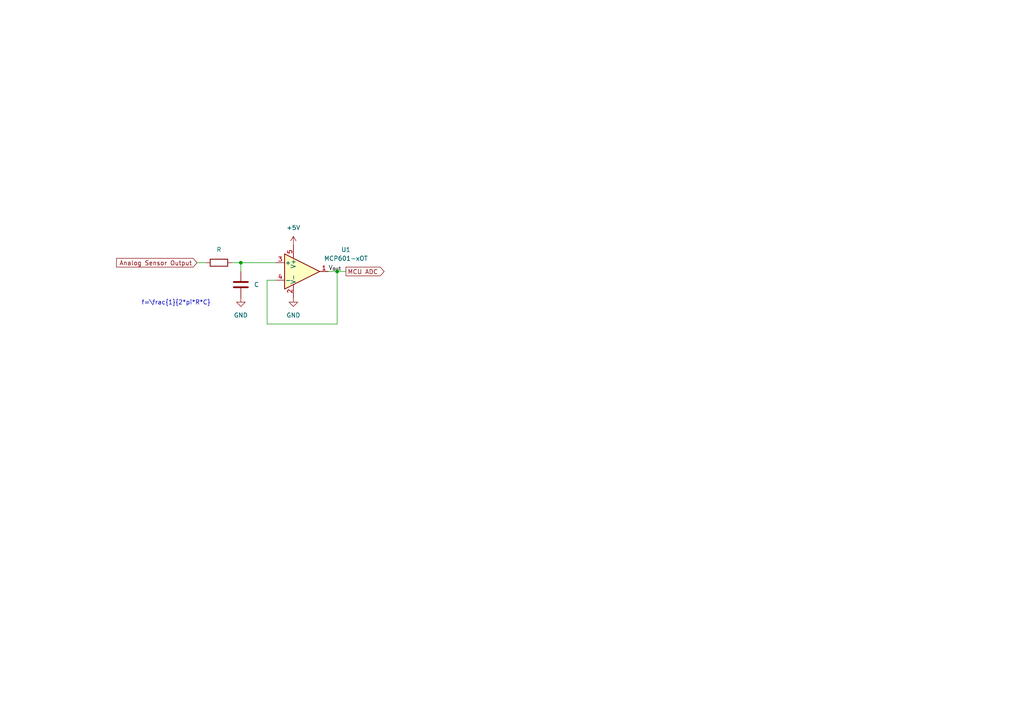
<source format=kicad_sch>
(kicad_sch (version 20250114) (generator "eeschema") (generator_version "9.0")
  (paper "A4")
  (lib_symbols
    (symbol "Amplifier_Operational:MCP601-xOT" (pin_names (offset 0.127))
      (property "Reference" "U" (at -1.27 6.35 0))
      (property "Value" "MCP601-xOT" (at -1.27 3.81 0))
      (symbol "MCP601-xOT_0_1"
        (polyline (pts (xy -5.08 5.08) (xy 5.08 0) (xy -5.08 -5.08) (xy -5.08 5.08)) (stroke (width 0.254)) (fill (type background)))
        (pin power_in line (at -2.54 7.62 270) (length 3.81) (name "V+") (number "5"))
        (pin power_in line (at -2.54 -7.62 90) (length 3.81) (name "V-") (number "2"))
      )
      (symbol "MCP601-xOT_1_1"
        (pin input line (at -7.62 2.54 0) (length 2.54) (name "+") (number "3"))
        (pin input line (at -7.62 -2.54 0) (length 2.54) (name "-") (number "4"))
        (pin output line (at 7.62 0 180) (length 2.54) (name "~") (number "1"))
      )
    )
    (symbol "Device:C" (pin_numbers (hide yes)) (pin_names (offset 0.254))
      (property "Reference" "C" (at 0.635 2.54 0))
      (property "Value" "C" (at 0.635 -2.54 0))
      (symbol "C_0_1"
        (polyline (pts (xy -2.032 0.762) (xy 2.032 0.762)) (stroke (width 0.508)))
        (polyline (pts (xy -2.032 -0.762) (xy 2.032 -0.762)) (stroke (width 0.508)))
      )
      (symbol "C_1_1"
        (pin passive line (at 0 3.81 270) (length 2.794) (name "~") (number "1"))
        (pin passive line (at 0 -3.81 90) (length 2.794) (name "~") (number "2"))
      )
    )
    (symbol "Device:R" (pin_numbers (hide yes)) (pin_names (offset 0))
      (property "Reference" "R" (at 2.032 0 90))
      (property "Value" "R" (at 0 0 90))
      (symbol "R_0_1"
        (rectangle (start -1.016 -2.54) (end 1.016 2.54) (stroke (width 0.254)))
      )
      (symbol "R_1_1"
        (pin passive line (at 0 3.81 270) (length 1.27) (name "~") (number "1"))
        (pin passive line (at 0 -3.81 90) (length 1.27) (name "~") (number "2"))
      )
    )
    (symbol "power:+5V" (power) (pin_numbers (hide yes)) (pin_names (offset 0) (hide yes))
      (property "Value" "+5V" (at 0 3.556 0))
      (symbol "+5V_0_1"
        (polyline (pts (xy -0.762 1.27) (xy 0 2.54)))
        (polyline (pts (xy 0 2.54) (xy 0.762 1.27)))
        (polyline (pts (xy 0 0) (xy 0 2.54)))
      )
      (symbol "+5V_1_1"
        (pin power_in line (at 0 0 90) (length 0) (name "~") (number "1"))
      )
    )
    (symbol "power:GND" (power) (pin_numbers (hide yes)) (pin_names (offset 0) (hide yes))
      (property "Value" "GND" (at 0 -3.81 0))
      (symbol "GND_0_1"
        (polyline (pts (xy 0 0) (xy 0 -1.27) (xy 1.27 -1.27) (xy 0 -2.54) (xy -1.27 -1.27) (xy 0 -1.27)))
      )
      (symbol "GND_1_1"
        (pin power_in line (at 0 0 270) (length 0) (name "~") (number "1"))
      )
    )
  )
  (text "f=\\frac{1}{2*pi*R*C}" (at 51.054 87.884 0) (effects (font (size 1.27 1.27))))
  (junction (at 69.85 76.2))
  (junction (at 97.79 78.74))
  (wire (pts (xy 57.15 76.2) (xy 59.69 76.2)))
  (wire (pts (xy 77.47 93.98) (xy 97.79 93.98)))
  (wire (pts (xy 69.85 76.2) (xy 80.01 76.2)))
  (wire (pts (xy 67.31 76.2) (xy 69.85 76.2)))
  (wire (pts (xy 97.79 78.74) (xy 95.25 78.74)))
  (wire (pts (xy 97.79 93.98) (xy 97.79 78.74)))
  (wire (pts (xy 80.01 81.28) (xy 77.47 81.28)))
  (wire (pts (xy 69.85 76.2) (xy 69.85 78.74)))
  (wire (pts (xy 77.47 81.28) (xy 77.47 93.98)))
  (wire (pts (xy 97.79 78.74) (xy 100.33 78.74)))
  (label "V_{out}" (at 95.25 78.74 0))
  (global_label "Analog Sensor Output" (shape input) (at 57.15 76.2 180) (property "Intersheetrefs" "${INTERSHEET_REFS}" (effects (hide yes))))
  (global_label "MCU ADC" (shape output) (at 100.33 78.74 0) (property "Intersheetrefs" "${INTERSHEET_REFS}" (effects (hide yes))))
  (symbol (lib_id "Device:C") (at 69.85 82.55 0) (unit 1)
    (property "Reference" "C1" (effects (hide yes)))
    (property "Value" "C" (at 73.66 82.5499 0) (effects (justify left)))
    (property "Description" "Unpolarized capacitor" (effects (hide yes)))
  )
  (symbol (lib_id "power:+5V") (at 85.09 71.12 0) (unit 1)
    (property "Reference" "#PWR02" (effects (hide yes)))
    (property "Value" "+5V" (at 85.09 66.04 0))
    (property "Description" "Power symbol creates a global label with name \"+5V\"" (effects (hide yes)))
  )
  (symbol (lib_id "power:GND") (at 69.85 86.36 0) (unit 1)
    (property "Reference" "#PWR03" (effects (hide yes)))
    (property "Value" "GND" (at 69.85 91.44 0))
    (property "Description" "Power symbol creates a global label with name \"GND\" , ground" (effects (hide yes)))
  )
  (symbol (lib_id "power:GND") (at 85.09 86.36 0) (unit 1)
    (property "Reference" "#PWR01" (effects (hide yes)))
    (property "Value" "GND" (at 85.09 91.44 0))
    (property "Description" "Power symbol creates a global label with name \"GND\" , ground" (effects (hide yes)))
  )
  (symbol (lib_id "Amplifier_Operational:MCP601-xOT") (at 87.63 78.74 0) (unit 1)
    (property "Reference" "U1" (at 100.33 72.4214 0))
    (property "Value" "MCP601-xOT" (at 100.33 74.9614 0))
    (property "Footprint" "Package_TO_SOT_SMD:SOT-23-5" (effects (hide yes)))
    (property "Datasheet" "http://ww1.microchip.com/downloads/en/DeviceDoc/21314g.pdf" (effects (hide yes)))
    (property "Description" "Single 2.7V to 6.0V Single Supply CMOS Op Amps, SOT-23-5" (effects (hide yes)))
  )
  (symbol (lib_id "Device:R") (at 63.5 76.2 90) (unit 1)
    (property "Reference" "R1" (effects (hide yes)))
    (property "Value" "R" (at 63.5 72.39 90))
    (property "Description" "Resistor" (effects (hide yes)))
  )
)
</source>
